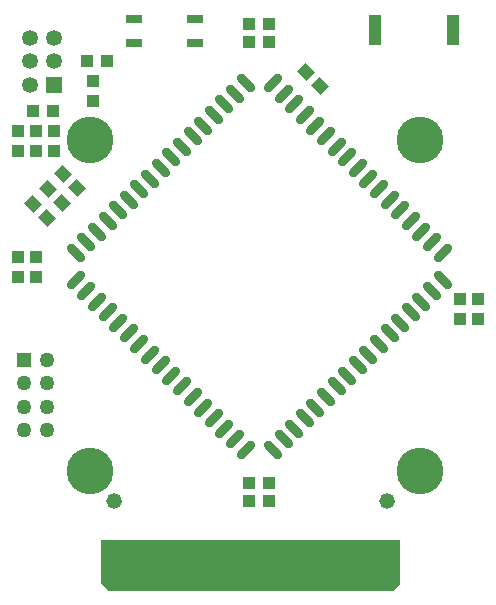
<source format=gts>
%FSLAX24Y24*%
%MOIN*%
G70*
G01*
G75*
G04 Layer_Color=8388736*
%ADD10C,0.0140*%
%ADD11C,0.0060*%
%ADD12C,0.0100*%
%ADD13C,0.0160*%
G04:AMPARAMS|DCode=14|XSize=39.4mil|YSize=43.3mil|CornerRadius=0mil|HoleSize=0mil|Usage=FLASHONLY|Rotation=45.000|XOffset=0mil|YOffset=0mil|HoleType=Round|Shape=Rectangle|*
%AMROTATEDRECTD14*
4,1,4,0.0014,-0.0292,-0.0292,0.0014,-0.0014,0.0292,0.0292,-0.0014,0.0014,-0.0292,0.0*
%
%ADD14ROTATEDRECTD14*%

%ADD15R,0.0433X0.0394*%
%ADD16R,0.0394X0.0433*%
G04:AMPARAMS|DCode=17|XSize=31.5mil|YSize=74.8mil|CornerRadius=0mil|HoleSize=0mil|Usage=FLASHONLY|Rotation=45.000|XOffset=0mil|YOffset=0mil|HoleType=Round|Shape=Round|*
%AMOVALD17*
21,1,0.0433,0.0315,0.0000,0.0000,135.0*
1,1,0.0315,0.0153,-0.0153*
1,1,0.0315,-0.0153,0.0153*
%
%ADD17OVALD17*%

G04:AMPARAMS|DCode=18|XSize=31.5mil|YSize=74.8mil|CornerRadius=0mil|HoleSize=0mil|Usage=FLASHONLY|Rotation=135.000|XOffset=0mil|YOffset=0mil|HoleType=Round|Shape=Round|*
%AMOVALD18*
21,1,0.0433,0.0315,0.0000,0.0000,225.0*
1,1,0.0315,0.0153,0.0153*
1,1,0.0315,-0.0153,-0.0153*
%
%ADD18OVALD18*%

%ADD19R,0.0400X0.1000*%
%ADD20R,0.0197X0.1417*%
%ADD21R,0.0571X0.0276*%
%ADD22C,0.0460*%
%ADD23R,0.0500X0.0500*%
%ADD24C,0.0500*%
%ADD25C,0.0530*%
%ADD26R,0.0530X0.0530*%
%ADD27C,0.0240*%
%ADD28C,0.1500*%
%ADD29C,0.0400*%
%ADD30C,0.0400*%
G04:AMPARAMS|DCode=31|XSize=69mil|YSize=69mil|CornerRadius=0mil|HoleSize=0mil|Usage=FLASHONLY|Rotation=0.000|XOffset=0mil|YOffset=0mil|HoleType=Round|Shape=Relief|Width=8mil|Gap=10mil|Entries=4|*
%AMTHD31*
7,0,0,0.0690,0.0490,0.0080,45*
%
%ADD31THD31*%
%ADD32C,0.0570*%
G04:AMPARAMS|DCode=33|XSize=72.992mil|YSize=72.992mil|CornerRadius=0mil|HoleSize=0mil|Usage=FLASHONLY|Rotation=0.000|XOffset=0mil|YOffset=0mil|HoleType=Round|Shape=Relief|Width=8mil|Gap=10mil|Entries=4|*
%AMTHD33*
7,0,0,0.0730,0.0530,0.0080,45*
%
%ADD33THD33*%
%ADD34C,0.0594*%
G04:AMPARAMS|DCode=35|XSize=75.433mil|YSize=75.433mil|CornerRadius=0mil|HoleSize=0mil|Usage=FLASHONLY|Rotation=0.000|XOffset=0mil|YOffset=0mil|HoleType=Round|Shape=Relief|Width=8mil|Gap=10mil|Entries=4|*
%AMTHD35*
7,0,0,0.0754,0.0554,0.0080,45*
%
%ADD35THD35*%
%ADD36C,0.0320*%
%ADD37C,0.0440*%
%ADD38R,0.0669X0.0827*%
%ADD39C,0.0098*%
%ADD40C,0.0197*%
%ADD41C,0.0010*%
%ADD42C,0.0018*%
%ADD43C,0.0020*%
%ADD44C,0.0002*%
%ADD45C,0.0079*%
%ADD46C,0.0060*%
%ADD47R,0.0257X0.1477*%
%ADD48C,0.0520*%
%ADD49C,0.1560*%
G36*
X10350Y-3764D02*
X10114Y-4000D01*
X626D01*
X389Y-3764D01*
Y-2307D01*
X10350D01*
Y-3764D01*
D02*
G37*
D14*
X7213Y13287D02*
D03*
X7687Y12813D02*
D03*
X-887Y9887D02*
D03*
X-413Y9413D02*
D03*
X-913Y8913D02*
D03*
X-1387Y9387D02*
D03*
X-1887Y8887D02*
D03*
X-1413Y8413D02*
D03*
D15*
X5985Y-1000D02*
D03*
X5315D02*
D03*
X5315Y14300D02*
D03*
X5985D02*
D03*
X5315Y14900D02*
D03*
X5985D02*
D03*
X5985Y-400D02*
D03*
X5315D02*
D03*
X585Y13650D02*
D03*
X-85D02*
D03*
X-1215Y12000D02*
D03*
X-1885D02*
D03*
D16*
X-2400Y6465D02*
D03*
Y7135D02*
D03*
X100Y12315D02*
D03*
Y12985D02*
D03*
X12950Y5065D02*
D03*
Y5735D02*
D03*
X12350Y5065D02*
D03*
Y5735D02*
D03*
X-1800Y6465D02*
D03*
Y7135D02*
D03*
X-1200Y10665D02*
D03*
Y11335D02*
D03*
X-1800Y10665D02*
D03*
Y11335D02*
D03*
X-2400Y10665D02*
D03*
Y11335D02*
D03*
D17*
X-463Y7257D02*
D03*
X-110Y7610D02*
D03*
X244Y7964D02*
D03*
X597Y8317D02*
D03*
X951Y8671D02*
D03*
X1304Y9024D02*
D03*
X1658Y9378D02*
D03*
X2011Y9731D02*
D03*
X2365Y10085D02*
D03*
X2719Y10439D02*
D03*
X3072Y10792D02*
D03*
X3426Y11146D02*
D03*
X3779Y11499D02*
D03*
X4133Y11853D02*
D03*
X4486Y12206D02*
D03*
X4840Y12560D02*
D03*
X5193Y12913D02*
D03*
X11763Y6343D02*
D03*
X11410Y5990D02*
D03*
X11056Y5636D02*
D03*
X10703Y5283D02*
D03*
X10349Y4929D02*
D03*
X9996Y4576D02*
D03*
X9642Y4222D02*
D03*
X9289Y3869D02*
D03*
X8935Y3515D02*
D03*
X8581Y3161D02*
D03*
X8228Y2808D02*
D03*
X7874Y2454D02*
D03*
X7521Y2101D02*
D03*
X7167Y1747D02*
D03*
X6814Y1394D02*
D03*
X6460Y1040D02*
D03*
X6107Y687D02*
D03*
D18*
Y12913D02*
D03*
X6460Y12560D02*
D03*
X6814Y12206D02*
D03*
X7167Y11853D02*
D03*
X7521Y11499D02*
D03*
X7874Y11146D02*
D03*
X8228Y10792D02*
D03*
X8581Y10439D02*
D03*
X8935Y10085D02*
D03*
X9289Y9731D02*
D03*
X9642Y9378D02*
D03*
X9996Y9024D02*
D03*
X10349Y8671D02*
D03*
X10703Y8317D02*
D03*
X11056Y7964D02*
D03*
X11410Y7610D02*
D03*
X11763Y7257D02*
D03*
X5193Y687D02*
D03*
X4840Y1040D02*
D03*
X4486Y1394D02*
D03*
X4133Y1747D02*
D03*
X3779Y2101D02*
D03*
X3426Y2454D02*
D03*
X3072Y2808D02*
D03*
X2719Y3161D02*
D03*
X2365Y3515D02*
D03*
X2011Y3869D02*
D03*
X1658Y4222D02*
D03*
X1304Y4576D02*
D03*
X951Y4929D02*
D03*
X597Y5283D02*
D03*
X244Y5636D02*
D03*
X-110Y5990D02*
D03*
X-463Y6343D02*
D03*
D19*
X9500Y14700D02*
D03*
X12100D02*
D03*
D21*
X3500Y15037D02*
D03*
X1492D02*
D03*
Y14250D02*
D03*
X3500D02*
D03*
D23*
X-2200Y3700D02*
D03*
D24*
X-1413D02*
D03*
X-2200Y2913D02*
D03*
X-1413D02*
D03*
X-2200Y2125D02*
D03*
X-1413D02*
D03*
X-2200Y1338D02*
D03*
X-1413D02*
D03*
D25*
X-1987Y14425D02*
D03*
X-1200D02*
D03*
X-1987Y13637D02*
D03*
X-1200D02*
D03*
X-1987Y12850D02*
D03*
D26*
X-1200D02*
D03*
D47*
X2043Y-3213D02*
D03*
X1413D02*
D03*
X1728D02*
D03*
X783D02*
D03*
X1098D02*
D03*
X3933D02*
D03*
X3618D02*
D03*
X2988D02*
D03*
X3303D02*
D03*
X2358D02*
D03*
X2673D02*
D03*
X5822D02*
D03*
X5507D02*
D03*
X4878D02*
D03*
X5193D02*
D03*
X4248D02*
D03*
X4563D02*
D03*
X7712D02*
D03*
X7397D02*
D03*
X6767D02*
D03*
X7082D02*
D03*
X6137D02*
D03*
X6452D02*
D03*
X8027D02*
D03*
X8657D02*
D03*
X8342D02*
D03*
X9287D02*
D03*
X8972D02*
D03*
X9602D02*
D03*
X9917D02*
D03*
D48*
X9900Y-1000D02*
D03*
X800D02*
D03*
D49*
X0Y0D02*
D03*
X11020D02*
D03*
Y11020D02*
D03*
X0D02*
D03*
M02*

</source>
